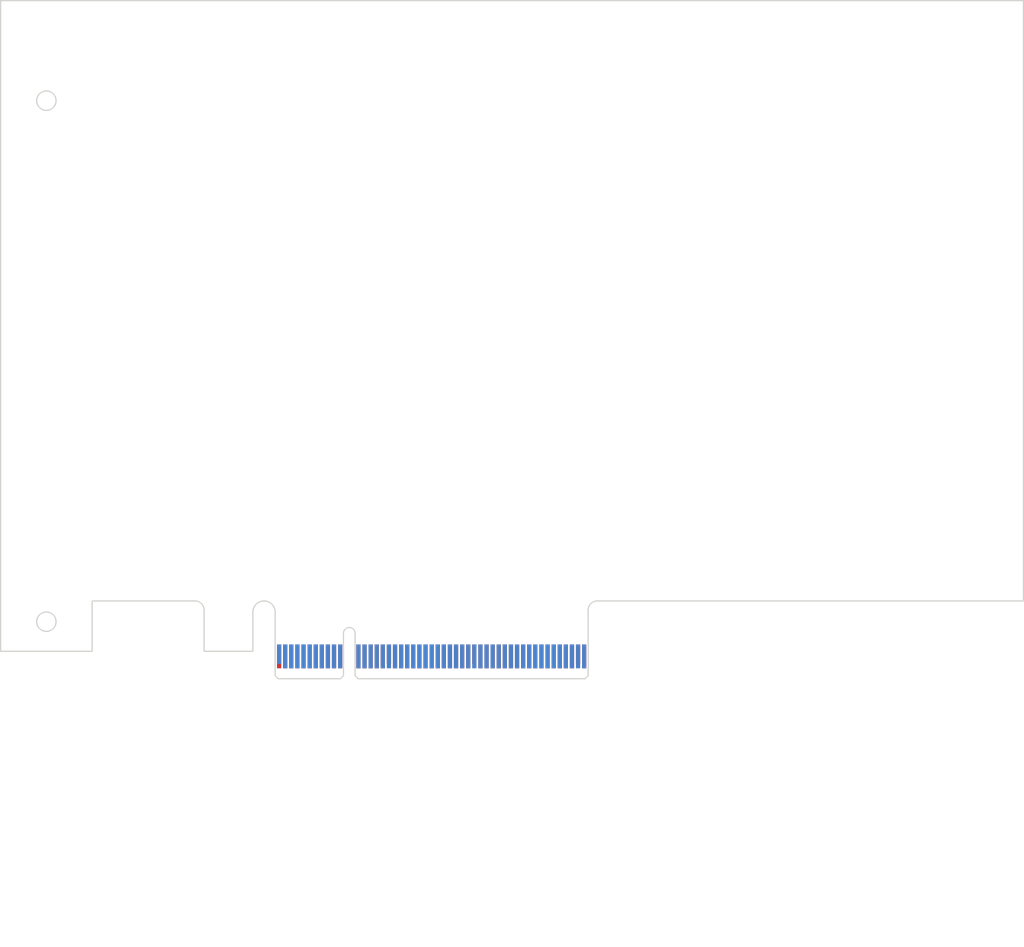
<source format=kicad_pcb>
(kicad_pcb (version 20211014) (generator pcbnew)
  (layers (0 "F.Cu" signal) (31 "B.Cu" signal) (34 "B.Paste" user) (35 "F.Paste" user) (36 "B.SilkS" user "B.Silkscreen") (37 "F.SilkS" user "F.Silkscreen") (38 "B.Mask" user) (39 "F.Mask" user) (44 "Edge.Cuts" user))
  (net 0 "")
  (net 1 "/~{PRSNT}")
  (net 2 "/+12V")
  (net 3 "GND")
  (net 4 "/JTAG_TCK")
  (net 5 "/JTAG_TDI")
  (net 6 "/JTAG_TDO")
  (net 7 "/JTAG_TMS")
  (net 8 "/+3V3")
  (net 9 "/~{PERST}")
  (net 10 "/RefClk_P")
  (net 11 "/RefClk_N")
  (net 12 "/PER0_P")
  (net 13 "/PER0_N")
  (net 14 "/SMCLK")
  (net 15 "/SMDAT")
  (net 16 "/+3V3_aux")
  (net 17 "/~{Wake}")
  (net 18 "/~{CLKREQ}")
  (net 19 "/PET0_P")
  (net 20 "/PET0_N")
  (net 22 "/PER1_P")
  (net 23 "/PER1_N")
  (net 24 "/PER2_P")
  (net 25 "/PER2_N")
  (net 26 "/PER3_P")
  (net 27 "/PER3_N")
  (net 29 "/~{JTAG_TRST}")
  (net 31 "/PET1_P")
  (net 32 "/PET1_N")
  (net 33 "/PET2_P")
  (net 34 "/PET2_N")
  (net 35 "/PET3_P")
  (net 36 "/PET3_N")
  (net 39 "/PER4_P")
  (net 40 "/PER4_N")
  (net 41 "/PER5_P")
  (net 42 "/PER5_N")
  (net 43 "/PER6_P")
  (net 44 "/PER6_N")
  (net 45 "/PER7_P")
  (net 46 "/PER7_N")
  (net 48 "/PET4_P")
  (net 49 "/PET4_N")
  (net 50 "/PET5_P")
  (net 51 "/PET5_N")
  (net 52 "/PET6_P")
  (net 53 "/PET6_N")
  (net 54 "/PET7_P")
  (net 55 "/PET7_N")
  (footprint "Connector_PCIe:PCIe_x8_GoldFinger" (layer "B.Cu") (at 98.71066 149.24566 180)
    (fp_text reference "P1" hide)
    (fp_text value "PCIe_x8_Goldfinger")
    (pad "A1" smd rect (at 11.5 2.355 180) (size 0.7 3.2) (layers "B.Cu" "B.Mask") (net 1 "/~{PRSNT}"))
    (pad "A2" smd rect (at 10.5 2 180) (size 0.7 3.91) (layers "B.Cu" "B.Mask") (net 2 "/+12V"))
    (pad "A3" smd rect (at 9.5 2 180) (size 0.7 3.91) (layers "B.Cu" "B.Mask") (net 2 "/+12V"))
    (pad "A4" smd rect (at 8.5 2 180) (size 0.7 3.91) (layers "B.Cu" "B.Mask") (net 3 "GND"))
    (pad "A5" smd rect (at 7.5 2 180) (size 0.7 3.91) (layers "B.Cu" "B.Mask") (net 4 "/JTAG_TCK"))
    (pad "A6" smd rect (at 6.5 2 180) (size 0.7 3.91) (layers "B.Cu" "B.Mask") (net 5 "/JTAG_TDI"))
    (pad "A7" smd rect (at 5.5 2 180) (size 0.7 3.91) (layers "B.Cu" "B.Mask") (net 6 "/JTAG_TDO"))
    (pad "A8" smd rect (at 4.5 2 180) (size 0.7 3.91) (layers "B.Cu" "B.Mask") (net 7 "/JTAG_TMS"))
    (pad "A9" smd rect (at 3.5 2 180) (size 0.7 3.91) (layers "B.Cu" "B.Mask") (net 8 "/+3V3"))
    (pad "A10" smd rect (at 2.5 2 180) (size 0.7 3.91) (layers "B.Cu" "B.Mask") (net 8 "/+3V3"))
    (pad "A11" smd rect (at 1.5 2 180) (size 0.7 3.91) (layers "B.Cu" "B.Mask") (net 9 "/~{PERST}"))
    (pad "A12" smd rect (at -1.5 2 180) (size 0.7 3.91) (layers "B.Cu" "B.Mask") (net 3 "GND"))
    (pad "A13" smd rect (at -2.5 2 180) (size 0.7 3.91) (layers "B.Cu" "B.Mask") (net 10 "/RefClk_P"))
    (pad "A14" smd rect (at -3.5 2 180) (size 0.7 3.91) (layers "B.Cu" "B.Mask") (net 11 "/RefClk_N"))
    (pad "A15" smd rect (at -4.5 2 180) (size 0.7 3.91) (layers "B.Cu" "B.Mask") (net 3 "GND"))
    (pad "A16" smd rect (at -5.5 2 180) (size 0.7 3.91) (layers "B.Cu" "B.Mask") (net 12 "/PER0_P"))
    (pad "A17" smd rect (at -6.5 2 180) (size 0.7 3.91) (layers "B.Cu" "B.Mask") (net 13 "/PER0_N"))
    (pad "A18" smd rect (at -7.5 2 180) (size 0.7 3.91) (layers "B.Cu" "B.Mask") (net 3 "GND"))
    (pad "A19" smd rect (at -8.5 2 180) (size 0.7 3.91) (layers "B.Cu" "B.Mask"))
    (pad "A20" smd rect (at -9.5 2 180) (size 0.7 3.91) (layers "B.Cu" "B.Mask") (net 3 "GND"))
    (pad "A21" smd rect (at -10.5 2 180) (size 0.7 3.91) (layers "B.Cu" "B.Mask") (net 22 "/PER1_P"))
    (pad "A22" smd rect (at -11.5 2 180) (size 0.7 3.91) (layers "B.Cu" "B.Mask") (net 23 "/PER1_N"))
    (pad "A23" smd rect (at -12.5 2 180) (size 0.7 3.91) (layers "B.Cu" "B.Mask") (net 3 "GND"))
    (pad "A24" smd rect (at -13.5 2 180) (size 0.7 3.91) (layers "B.Cu" "B.Mask") (net 3 "GND"))
    (pad "A25" smd rect (at -14.5 2 180) (size 0.7 3.91) (layers "B.Cu" "B.Mask") (net 24 "/PER2_P"))
    (pad "A26" smd rect (at -15.5 2 180) (size 0.7 3.91) (layers "B.Cu" "B.Mask") (net 25 "/PER2_N"))
    (pad "A27" smd rect (at -16.5 2 180) (size 0.7 3.91) (layers "B.Cu" "B.Mask") (net 3 "GND"))
    (pad "A28" smd rect (at -17.5 2 180) (size 0.7 3.91) (layers "B.Cu" "B.Mask") (net 3 "GND"))
    (pad "A29" smd rect (at -18.5 2 180) (size 0.7 3.91) (layers "B.Cu" "B.Mask") (net 26 "/PER3_P"))
    (pad "A30" smd rect (at -19.5 2 180) (size 0.7 3.91) (layers "B.Cu" "B.Mask") (net 27 "/PER3_N"))
    (pad "A31" smd rect (at -20.5 2 180) (size 0.7 3.91) (layers "B.Cu" "B.Mask") (net 3 "GND"))
    (pad "A32" smd rect (at -21.5 2 180) (size 0.7 3.91) (layers "B.Cu" "B.Mask"))
    (pad "A33" smd rect (at -22.5 2 180) (size 0.7 3.91) (layers "B.Cu" "B.Mask"))
    (pad "A34" smd rect (at -23.5 2 180) (size 0.7 3.91) (layers "B.Cu" "B.Mask") (net 3 "GND"))
    (pad "A35" smd rect (at -24.5 2 180) (size 0.7 3.91) (layers "B.Cu" "B.Mask") (net 39 "/PER4_P"))
    (pad "A36" smd rect (at -25.5 2 180) (size 0.7 3.91) (layers "B.Cu" "B.Mask") (net 40 "/PER4_N"))
    (pad "A37" smd rect (at -26.5 2 180) (size 0.7 3.91) (layers "B.Cu" "B.Mask") (net 3 "GND"))
    (pad "A38" smd rect (at -27.5 2 180) (size 0.7 3.91) (layers "B.Cu" "B.Mask") (net 3 "GND"))
    (pad "A39" smd rect (at -28.5 2 180) (size 0.7 3.91) (layers "B.Cu" "B.Mask") (net 41 "/PER5_P"))
    (pad "A40" smd rect (at -29.5 2 180) (size 0.7 3.91) (layers "B.Cu" "B.Mask") (net 42 "/PER5_N"))
    (pad "A41" smd rect (at -30.5 2 180) (size 0.7 3.91) (layers "B.Cu" "B.Mask") (net 3 "GND"))
    (pad "A42" smd rect (at -31.5 2 180) (size 0.7 3.91) (layers "B.Cu" "B.Mask") (net 3 "GND"))
    (pad "A43" smd rect (at -32.5 2 180) (size 0.7 3.91) (layers "B.Cu" "B.Mask") (net 43 "/PER6_P"))
    (pad "A44" smd rect (at -33.5 2 180) (size 0.7 3.91) (layers "B.Cu" "B.Mask") (net 44 "/PER6_N"))
    (pad "A45" smd rect (at -34.5 2 180) (size 0.7 3.91) (layers "B.Cu" "B.Mask") (net 3 "GND"))
    (pad "A46" smd rect (at -35.5 2 180) (size 0.7 3.91) (layers "B.Cu" "B.Mask") (net 3 "GND"))
    (pad "A47" smd rect (at -36.5 2 180) (size 0.7 3.91) (layers "B.Cu" "B.Mask") (net 45 "/PER7_P"))
    (pad "A48" smd rect (at -37.5 2 180) (size 0.7 3.91) (layers "B.Cu" "B.Mask") (net 46 "/PER7_N"))
    (pad "A49" smd rect (at -38.5 2 180) (size 0.7 3.91) (layers "B.Cu" "B.Mask") (net 3 "GND"))
    (pad "B1" smd rect (at 11.5 2 180) (size 0.7 3.91) (layers "F.Cu" "F.Mask") (net 2 "/+12V"))
    (pad "B2" smd rect (at 10.5 2 180) (size 0.7 3.91) (layers "F.Cu" "F.Mask") (net 2 "/+12V"))
    (pad "B3" smd rect (at 9.5 2 180) (size 0.7 3.91) (layers "F.Cu" "F.Mask") (net 2 "/+12V"))
    (pad "B4" smd rect (at 8.5 2 180) (size 0.7 3.91) (layers "F.Cu" "F.Mask") (net 3 "GND"))
    (pad "B5" smd rect (at 7.5 2 180) (size 0.7 3.91) (layers "F.Cu" "F.Mask") (net 14 "/SMCLK"))
    (pad "B6" smd rect (at 6.5 2 180) (size 0.7 3.91) (layers "F.Cu" "F.Mask") (net 15 "/SMDAT"))
    (pad "B7" smd rect (at 5.5 2 180) (size 0.7 3.91) (layers "F.Cu" "F.Mask") (net 3 "GND"))
    (pad "B8" smd rect (at 4.5 2 180) (size 0.7 3.91) (layers "F.Cu" "F.Mask") (net 8 "/+3V3"))
    (pad "B9" smd rect (at 3.5 2 180) (size 0.7 3.91) (layers "F.Cu" "F.Mask") (net 29 "/~{JTAG_TRST}"))
    (pad "B10" smd rect (at 2.5 2 180) (size 0.7 3.91) (layers "F.Cu" "F.Mask") (net 16 "/+3V3_aux"))
    (pad "B11" smd rect (at 1.5 2 180) (size 0.7 3.91) (layers "F.Cu" "F.Mask") (net 17 "/~{Wake}"))
    (pad "B12" smd rect (at -1.5 2 180) (size 0.7 3.91) (layers "F.Cu" "F.Mask") (net 18 "/~{CLKREQ}"))
    (pad "B13" smd rect (at -2.5 2 180) (size 0.7 3.91) (layers "F.Cu" "F.Mask") (net 3 "GND"))
    (pad "B14" smd rect (at -3.5 2 180) (size 0.7 3.91) (layers "F.Cu" "F.Mask") (net 19 "/PET0_P"))
    (pad "B15" smd rect (at -4.5 2 180) (size 0.7 3.91) (layers "F.Cu" "F.Mask") (net 20 "/PET0_N"))
    (pad "B16" smd rect (at -5.5 2 180) (size 0.7 3.91) (layers "F.Cu" "F.Mask") (net 3 "GND"))
    (pad "B17" smd rect (at -6.5 2.355 180) (size 0.7 3.2) (layers "F.Cu" "F.Mask"))
    (pad "B18" smd rect (at -7.5 2 180) (size 0.7 3.91) (layers "F.Cu" "F.Mask") (net 3 "GND"))
    (pad "B19" smd rect (at -8.5 2 180) (size 0.7 3.91) (layers "F.Cu" "F.Mask") (net 31 "/PET1_P"))
    (pad "B20" smd rect (at -9.5 2 180) (size 0.7 3.91) (layers "F.Cu" "F.Mask") (net 32 "/PET1_N"))
    (pad "B21" smd rect (at -10.5 2 180) (size 0.7 3.91) (layers "F.Cu" "F.Mask") (net 3 "GND"))
    (pad "B22" smd rect (at -11.5 2 180) (size 0.7 3.91) (layers "F.Cu" "F.Mask") (net 3 "GND"))
    (pad "B23" smd rect (at -12.5 2 180) (size 0.7 3.91) (layers "F.Cu" "F.Mask") (net 33 "/PET2_P"))
    (pad "B24" smd rect (at -13.5 2 180) (size 0.7 3.91) (layers "F.Cu" "F.Mask") (net 34 "/PET2_N"))
    (pad "B25" smd rect (at -14.5 2 180) (size 0.7 3.91) (layers "F.Cu" "F.Mask") (net 3 "GND"))
    (pad "B26" smd rect (at -15.5 2 180) (size 0.7 3.91) (layers "F.Cu" "F.Mask") (net 3 "GND"))
    (pad "B27" smd rect (at -16.5 2 180) (size 0.7 3.91) (layers "F.Cu" "F.Mask") (net 35 "/PET3_P"))
    (pad "B28" smd rect (at -17.5 2 180) (size 0.7 3.91) (layers "F.Cu" "F.Mask") (net 36 "/PET3_N"))
    (pad "B29" smd rect (at -18.5 2 180) (size 0.7 3.91) (layers "F.Cu" "F.Mask") (net 3 "GND"))
    (pad "B30" smd rect (at -19.5 2 180) (size 0.7 3.91) (layers "F.Cu" "F.Mask"))
    (pad "B31" smd rect (at -20.5 2.355 180) (size 0.7 3.2) (layers "F.Cu" "F.Mask"))
    (pad "B32" smd rect (at -21.5 2 180) (size 0.7 3.91) (layers "F.Cu" "F.Mask") (net 3 "GND"))
    (pad "B33" smd rect (at -22.5 2 180) (size 0.7 3.91) (layers "F.Cu" "F.Mask") (net 48 "/PET4_P"))
    (pad "B34" smd rect (at -23.5 2 180) (size 0.7 3.91) (layers "F.Cu" "F.Mask") (net 49 "/PET4_N"))
    (pad "B35" smd rect (at -24.5 2 180) (size 0.7 3.91) (layers "F.Cu" "F.Mask") (net 3 "GND"))
    (pad "B36" smd rect (at -25.5 2 180) (size 0.7 3.91) (layers "F.Cu" "F.Mask") (net 3 "GND"))
    (pad "B37" smd rect (at -26.5 2 180) (size 0.7 3.91) (layers "F.Cu" "F.Mask") (net 50 "/PET5_P"))
    (pad "B38" smd rect (at -27.5 2 180) (size 0.7 3.91) (layers "F.Cu" "F.Mask") (net 51 "/PET5_N"))
    (pad "B39" smd rect (at -28.5 2 180) (size 0.7 3.91) (layers "F.Cu" "F.Mask") (net 3 "GND"))
    (pad "B40" smd rect (at -29.5 2 180) (size 0.7 3.91) (layers "F.Cu" "F.Mask") (net 3 "GND"))
    (pad "B41" smd rect (at -30.5 2 180) (size 0.7 3.91) (layers "F.Cu" "F.Mask") (net 52 "/PET6_P"))
    (pad "B42" smd rect (at -31.5 2 180) (size 0.7 3.91) (layers "F.Cu" "F.Mask") (net 53 "/PET6_N"))
    (pad "B43" smd rect (at -32.5 2 180) (size 0.7 3.91) (layers "F.Cu" "F.Mask") (net 3 "GND"))
    (pad "B44" smd rect (at -33.5 2 180) (size 0.7 3.91) (layers "F.Cu" "F.Mask") (net 3 "GND"))
    (pad "B45" smd rect (at -34.5 2 180) (size 0.7 3.91) (layers "F.Cu" "F.Mask") (net 54 "/PET7_P"))
    (pad "B46" smd rect (at -35.5 2 180) (size 0.7 3.91) (layers "F.Cu" "F.Mask") (net 55 "/PET7_N"))
    (pad "B47" smd rect (at -36.5 2 180) (size 0.7 3.91) (layers "F.Cu" "F.Mask") (net 3 "GND"))
    (pad "B48" smd rect (at -37.5 2.355 180) (size 0.7 3.2) (layers "F.Cu" "F.Mask") (net 1 "/~{PRSNT}"))
    (pad "B49" smd rect (at -38.5 2 180) (size 0.7 3.91) (layers "F.Cu" "F.Mask") (net 3 "GND"))
  )
  (gr_line locked (start 209.21066 138.16066) (end 209.21066 39.76066) (layer "Edge.Cuts") (width 0.2))
  (gr_line locked (start 139.36066 138.16066) (end 209.21066 138.16066) (layer "Edge.Cuts") (width 0.2))
  (gr_line locked (start 137.36066 150.91066) (end 137.86066 150.41066) (layer "Edge.Cuts") (width 0.2))
  (gr_circle locked (center 49.06066 141.56066) (end 50.65066 141.56066) (layer "Edge.Cuts") (width 0.2) (fill none))
  (gr_line locked (start 100.16066 150.91066) (end 137.36066 150.91066) (layer "Edge.Cuts") (width 0.2))
  (gr_arc locked (start 82.91066 139.98566) (mid 84.73566 138.16066) (end 86.56066 139.98566) (layer "Edge.Cuts") (width 0.2))
  (gr_line locked (start 74.91066 146.41066) (end 82.91066 146.41066) (layer "Edge.Cuts") (width 0.2))
  (gr_line locked (start 97.26066 150.91066) (end 97.76066 150.41066) (layer "Edge.Cuts") (width 0.2))
  (gr_line locked (start 99.66066 150.41066) (end 100.16066 150.91066) (layer "Edge.Cuts") (width 0.2))
  (gr_line locked (start 209.21066 39.76066) (end 41.56066 39.76066) (layer "Edge.Cuts") (width 0.2))
  (gr_line locked (start 99.66066 150.41066) (end 99.66066 143.46066) (layer "Edge.Cuts") (width 0.2))
  (gr_line locked (start 87.06066 150.91066) (end 97.26066 150.91066) (layer "Edge.Cuts") (width 0.2))
  (gr_line locked (start 56.56066 138.16066) (end 73.41066 138.16066) (layer "Edge.Cuts") (width 0.2))
  (gr_line locked (start 74.91066 139.66066) (end 74.91066 146.41066) (layer "Edge.Cuts") (width 0.2))
  (gr_arc locked (start 73.41066 138.16066) (mid 74.47132 138.6) (end 74.91066 139.66066) (layer "Edge.Cuts") (width 0.2))
  (gr_line locked (start 56.56066 138.16066) (end 56.56066 146.41066) (layer "Edge.Cuts") (width 0.2))
  (gr_arc locked (start 97.76066 143.46066) (mid 98.71066 142.51066) (end 99.66066 143.46066) (layer "Edge.Cuts") (width 0.2))
  (gr_line locked (start 56.56066 146.41066) (end 41.56066 146.41066) (layer "Edge.Cuts") (width 0.2))
  (gr_line locked (start 97.76066 150.41066) (end 97.76066 143.46066) (layer "Edge.Cuts") (width 0.2))
  (gr_line locked (start 86.56066 150.41066) (end 87.06066 150.91066) (layer "Edge.Cuts") (width 0.2))
  (gr_line locked (start 86.56066 139.98566) (end 86.56066 150.41066) (layer "Edge.Cuts") (width 0.2))
  (gr_circle locked (center 49.06066 56.16066) (end 50.65066 56.16066) (layer "Edge.Cuts") (width 0.2) (fill none))
  (gr_line locked (start 137.86066 150.41066) (end 137.86066 139.66066) (layer "Edge.Cuts") (width 0.2))
  (gr_line locked (start 41.56066 39.76066) (end 41.56066 146.41066) (layer "Edge.Cuts") (width 0.2))
  (gr_line locked (start 82.91066 146.41066) (end 82.91066 139.98566) (layer "Edge.Cuts") (width 0.2))
  (gr_arc locked (start 137.86066 139.66066) (mid 138.3 138.6) (end 139.36066 138.16066) (layer "Edge.Cuts") (width 0.2))
)
</source>
